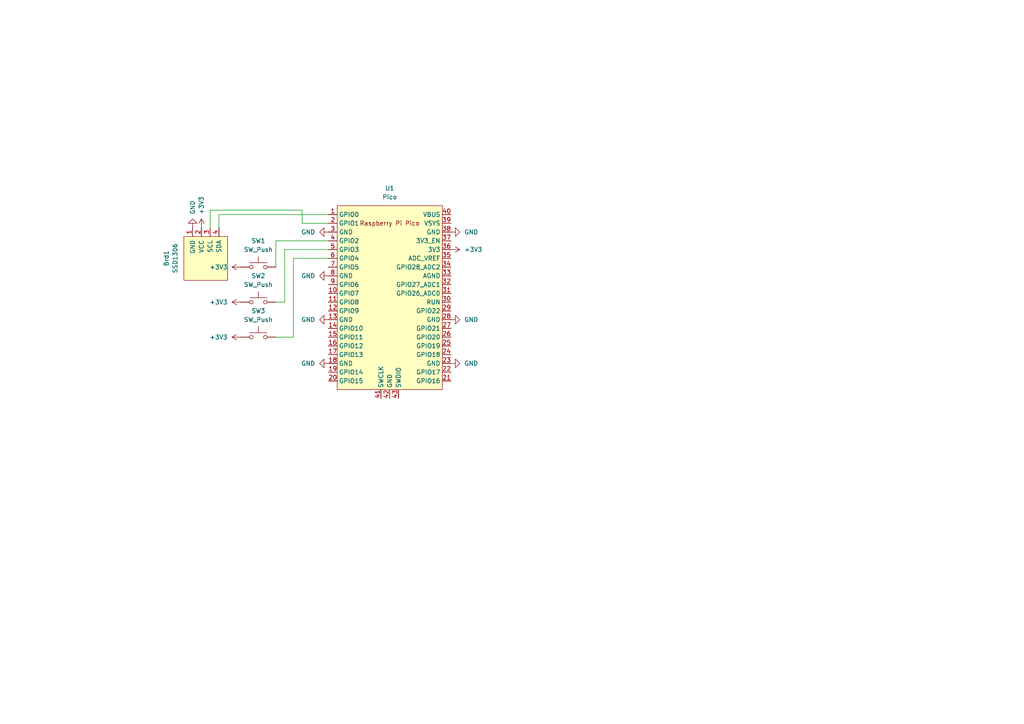
<source format=kicad_sch>
(kicad_sch (version 20230121) (generator eeschema)
  (paper "A4")
  (lib_symbols
    (symbol "MCU_RaspberryPi_and_Boards:Pico"
      (property "Reference" "U" (at -13.97 27.94 0))
      (property "Value" "Pico" (at 0 19.05 0))
      (symbol "Pico_0_0"
        (text "Raspberry Pi Pico" (at 0 21.59 0) (effects (font (size 1.27 1.27))))
      )
      (symbol "Pico_0_1"
        (rectangle (start -15.24 26.67) (end 15.24 -26.67) (fill (type background)))
      )
      (symbol "Pico_1_1"
        (pin bidirectional line (at -17.78 24.13 0) (length 2.54) (name "GPIO0") (number "1"))
        (pin bidirectional line (at -17.78 1.27 0) (length 2.54) (name "GPIO7") (number "10"))
        (pin bidirectional line (at -17.78 -1.27 0) (length 2.54) (name "GPIO8") (number "11"))
        (pin bidirectional line (at -17.78 -3.81 0) (length 2.54) (name "GPIO9") (number "12"))
        (pin power_in line (at -17.78 -6.35 0) (length 2.54) (name "GND") (number "13"))
        (pin bidirectional line (at -17.78 -8.89 0) (length 2.54) (name "GPIO10") (number "14"))
        (pin bidirectional line (at -17.78 -11.43 0) (length 2.54) (name "GPIO11") (number "15"))
        (pin bidirectional line (at -17.78 -13.97 0) (length 2.54) (name "GPIO12") (number "16"))
        (pin bidirectional line (at -17.78 -16.51 0) (length 2.54) (name "GPIO13") (number "17"))
        (pin power_in line (at -17.78 -19.05 0) (length 2.54) (name "GND") (number "18"))
        (pin bidirectional line (at -17.78 -21.59 0) (length 2.54) (name "GPIO14") (number "19"))
        (pin bidirectional line (at -17.78 21.59 0) (length 2.54) (name "GPIO1") (number "2"))
        (pin bidirectional line (at -17.78 -24.13 0) (length 2.54) (name "GPIO15") (number "20"))
        (pin bidirectional line (at 17.78 -24.13 180) (length 2.54) (name "GPIO16") (number "21"))
        (pin bidirectional line (at 17.78 -21.59 180) (length 2.54) (name "GPIO17") (number "22"))
        (pin power_in line (at 17.78 -19.05 180) (length 2.54) (name "GND") (number "23"))
        (pin bidirectional line (at 17.78 -16.51 180) (length 2.54) (name "GPIO18") (number "24"))
        (pin bidirectional line (at 17.78 -13.97 180) (length 2.54) (name "GPIO19") (number "25"))
        (pin bidirectional line (at 17.78 -11.43 180) (length 2.54) (name "GPIO20") (number "26"))
        (pin bidirectional line (at 17.78 -8.89 180) (length 2.54) (name "GPIO21") (number "27"))
        (pin power_in line (at 17.78 -6.35 180) (length 2.54) (name "GND") (number "28"))
        (pin bidirectional line (at 17.78 -3.81 180) (length 2.54) (name "GPIO22") (number "29"))
        (pin power_in line (at -17.78 19.05 0) (length 2.54) (name "GND") (number "3"))
        (pin input line (at 17.78 -1.27 180) (length 2.54) (name "RUN") (number "30"))
        (pin bidirectional line (at 17.78 1.27 180) (length 2.54) (name "GPIO26_ADC0") (number "31"))
        (pin bidirectional line (at 17.78 3.81 180) (length 2.54) (name "GPIO27_ADC1") (number "32"))
        (pin power_in line (at 17.78 6.35 180) (length 2.54) (name "AGND") (number "33"))
        (pin bidirectional line (at 17.78 8.89 180) (length 2.54) (name "GPIO28_ADC2") (number "34"))
        (pin power_in line (at 17.78 11.43 180) (length 2.54) (name "ADC_VREF") (number "35"))
        (pin power_in line (at 17.78 13.97 180) (length 2.54) (name "3V3") (number "36"))
        (pin input line (at 17.78 16.51 180) (length 2.54) (name "3V3_EN") (number "37"))
        (pin bidirectional line (at 17.78 19.05 180) (length 2.54) (name "GND") (number "38"))
        (pin power_in line (at 17.78 21.59 180) (length 2.54) (name "VSYS") (number "39"))
        (pin bidirectional line (at -17.78 16.51 0) (length 2.54) (name "GPIO2") (number "4"))
        (pin power_in line (at 17.78 24.13 180) (length 2.54) (name "VBUS") (number "40"))
        (pin input line (at -2.54 -29.21 90) (length 2.54) (name "SWCLK") (number "41"))
        (pin power_in line (at 0 -29.21 90) (length 2.54) (name "GND") (number "42"))
        (pin bidirectional line (at 2.54 -29.21 90) (length 2.54) (name "SWDIO") (number "43"))
        (pin bidirectional line (at -17.78 13.97 0) (length 2.54) (name "GPIO3") (number "5"))
        (pin bidirectional line (at -17.78 11.43 0) (length 2.54) (name "GPIO4") (number "6"))
        (pin bidirectional line (at -17.78 8.89 0) (length 2.54) (name "GPIO5") (number "7"))
        (pin power_in line (at -17.78 6.35 0) (length 2.54) (name "GND") (number "8"))
        (pin bidirectional line (at -17.78 3.81 0) (length 2.54) (name "GPIO6") (number "9"))
      )
    )
    (symbol "SSD1306-128x64_OLED:SSD1306" (pin_names (offset 1.016))
      (property "Reference" "Brd" (at 0 -3.81 0))
      (property "Value" "SSD1306" (at 0 -1.27 0))
      (symbol "SSD1306_0_1"
        (rectangle (start -6.35 6.35) (end 6.35 -6.35) (fill (type background)))
      )
      (symbol "SSD1306_1_1"
        (pin input line (at -3.81 8.89 270) (length 2.54) (name "GND") (number "1"))
        (pin input line (at -1.27 8.89 270) (length 2.54) (name "VCC") (number "2"))
        (pin input line (at 1.27 8.89 270) (length 2.54) (name "SCL") (number "3"))
        (pin input line (at 3.81 8.89 270) (length 2.54) (name "SDA") (number "4"))
      )
    )
    (symbol "Switch:SW_Push" (pin_numbers hide) (pin_names (offset 1.016) hide)
      (property "Reference" "SW" (at 1.27 2.54 0))
      (property "Value" "SW_Push" (at 0 -1.524 0))
      (symbol "SW_Push_0_1"
        (circle (center -2.032 0) (radius 0.508))
        (polyline (pts (xy 0 1.27) (xy 0 3.048)))
        (polyline (pts (xy 2.54 1.27) (xy -2.54 1.27)))
        (circle (center 2.032 0) (radius 0.508))
        (pin passive line (at -5.08 0 0) (length 2.54) (name "1") (number "1"))
        (pin passive line (at 5.08 0 180) (length 2.54) (name "2") (number "2"))
      )
    )
    (symbol "power:+3V3" (power) (pin_names (offset 0))
      (property "Value" "+3V3" (at 0 3.556 0))
      (symbol "+3V3_0_1"
        (polyline (pts (xy -0.762 1.27) (xy 0 2.54)))
        (polyline (pts (xy 0 0) (xy 0 2.54)))
        (polyline (pts (xy 0 2.54) (xy 0.762 1.27)))
      )
      (symbol "+3V3_1_1"
        (pin power_in line (at 0 0 90) (length 0) hide (name "+3V3") (number "1"))
      )
    )
    (symbol "power:GND" (power) (pin_names (offset 0))
      (property "Value" "GND" (at 0 -3.81 0))
      (symbol "GND_0_1"
        (polyline (pts (xy 0 0) (xy 0 -1.27) (xy 1.27 -1.27) (xy 0 -2.54) (xy -1.27 -1.27) (xy 0 -1.27)))
      )
      (symbol "GND_1_1"
        (pin power_in line (at 0 0 270) (length 0) hide (name "GND") (number "1"))
      )
    )
  )
  (wire (pts (xy 95.25 69.85) (xy 80.01 69.85)))
  (wire (pts (xy 60.96 60.96) (xy 87.63 60.96)))
  (wire (pts (xy 82.55 87.63) (xy 80.01 87.63)))
  (wire (pts (xy 60.96 60.96) (xy 60.96 66.04)))
  (wire (pts (xy 87.63 64.77) (xy 95.25 64.77)))
  (wire (pts (xy 82.55 72.39) (xy 82.55 87.63)))
  (wire (pts (xy 80.01 69.85) (xy 80.01 77.47)))
  (wire (pts (xy 95.25 72.39) (xy 82.55 72.39)))
  (wire (pts (xy 95.25 74.93) (xy 85.09 74.93)))
  (wire (pts (xy 85.09 74.93) (xy 85.09 97.79)))
  (wire (pts (xy 85.09 97.79) (xy 80.01 97.79)))
  (wire (pts (xy 63.5 62.23) (xy 63.5 66.04)))
  (wire (pts (xy 87.63 60.96) (xy 87.63 64.77)))
  (wire (pts (xy 63.5 62.23) (xy 95.25 62.23)))
  (symbol (lib_id "Switch:SW_Push") (at 74.93 87.63 0) (unit 1)
    (property "Reference" "SW2" (at 74.93 80.01 0))
    (property "Value" "SW_Push" (at 74.93 82.55 0))
    (property "Footprint" "Button_Switch_THT:SW_PUSH_6mm" (effects hide))
  )
  (symbol (lib_id "power:+3V3") (at 130.81 72.39 270) (unit 1)
    (property "Reference" "#PWR010" (effects hide))
    (property "Value" "+3V3" (at 134.62 72.39 90) (effects (justify left)))
  )
  (symbol (lib_id "power:+3V3") (at 69.85 87.63 90) (unit 1)
    (property "Reference" "#PWR012" (effects hide))
    (property "Value" "+3V3" (at 66.04 87.63 90) (effects (justify left)))
  )
  (symbol (lib_id "SSD1306-128x64_OLED:SSD1306") (at 59.69 74.93 0) (unit 1)
    (property "Reference" "Brd1" (at 48.26 74.93 90))
    (property "Value" "SSD1306" (at 50.8 74.93 90))
    (property "Footprint" "SSD1306:128x64OLED" (effects hide))
  )
  (symbol (lib_id "power:GND") (at 95.25 67.31 270) (unit 1)
    (property "Reference" "#PWR07" (effects hide))
    (property "Value" "GND" (at 91.44 67.31 90) (effects (justify right)))
  )
  (symbol (lib_id "power:GND") (at 130.81 105.41 90) (unit 1)
    (property "Reference" "#PWR03" (effects hide))
    (property "Value" "GND" (at 134.62 105.41 90) (effects (justify right)))
  )
  (symbol (lib_id "MCU_RaspberryPi_and_Boards:Pico") (at 113.03 86.36 0) (unit 1)
    (property "Reference" "U1" (at 113.03 54.61 0))
    (property "Value" "Pico" (at 113.03 57.15 0))
    (property "Footprint" "MCU_RaspberryPi_and_Boards:RPi_Pico_SMD_TH" (effects hide))
  )
  (symbol (lib_id "power:GND") (at 95.25 80.01 270) (unit 1)
    (property "Reference" "#PWR06" (effects hide))
    (property "Value" "GND" (at 91.44 80.01 90) (effects (justify right)))
  )
  (symbol (lib_id "power:+3V3") (at 69.85 97.79 90) (unit 1)
    (property "Reference" "#PWR011" (effects hide))
    (property "Value" "+3V3" (at 66.04 97.79 90) (effects (justify left)))
  )
  (symbol (lib_id "power:GND") (at 95.25 105.41 270) (unit 1)
    (property "Reference" "#PWR04" (effects hide))
    (property "Value" "GND" (at 91.44 105.41 90) (effects (justify right)))
  )
  (symbol (lib_id "power:GND") (at 130.81 67.31 90) (unit 1)
    (property "Reference" "#PWR01" (effects hide))
    (property "Value" "GND" (at 134.62 67.31 90) (effects (justify right)))
  )
  (symbol (lib_id "Switch:SW_Push") (at 74.93 77.47 0) (unit 1)
    (property "Reference" "SW1" (at 74.93 69.85 0))
    (property "Value" "SW_Push" (at 74.93 72.39 0))
    (property "Footprint" "Button_Switch_THT:SW_PUSH_6mm" (effects hide))
  )
  (symbol (lib_id "power:GND") (at 95.25 92.71 270) (unit 1)
    (property "Reference" "#PWR05" (effects hide))
    (property "Value" "GND" (at 91.44 92.71 90) (effects (justify right)))
  )
  (symbol (lib_id "power:GND") (at 55.88 66.04 180) (unit 1)
    (property "Reference" "#PWR08" (effects hide))
    (property "Value" "GND" (at 55.88 62.23 90) (effects (justify right)))
  )
  (symbol (lib_id "power:+3V3") (at 69.85 77.47 90) (unit 1)
    (property "Reference" "#PWR013" (effects hide))
    (property "Value" "+3V3" (at 66.04 77.47 90) (effects (justify left)))
  )
  (symbol (lib_id "Switch:SW_Push") (at 74.93 97.79 0) (unit 1)
    (property "Reference" "SW3" (at 74.93 90.17 0))
    (property "Value" "SW_Push" (at 74.93 92.71 0))
    (property "Footprint" "Button_Switch_THT:SW_PUSH_6mm" (effects hide))
  )
  (symbol (lib_id "power:+3V3") (at 58.42 66.04 0) (unit 1)
    (property "Reference" "#PWR09" (effects hide))
    (property "Value" "+3V3" (at 58.42 62.23 90) (effects (justify left)))
  )
  (symbol (lib_id "power:GND") (at 130.81 92.71 90) (unit 1)
    (property "Reference" "#PWR02" (effects hide))
    (property "Value" "GND" (at 134.62 92.71 90) (effects (justify right)))
  )
)
</source>
